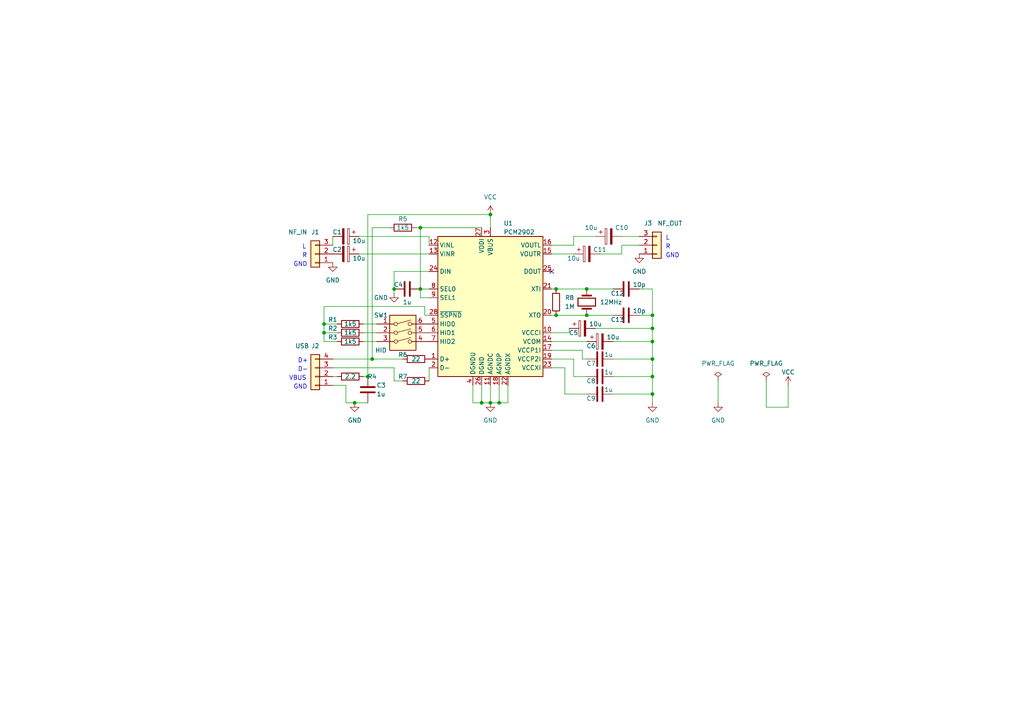
<source format=kicad_sch>
(kicad_sch (version 20211123) (generator eeschema)
  (paper "A4")
  (lib_symbols
    (symbol "Audio:PCM2902"
      (property "Reference" "U" (at -14.732 21.59 0))
      (property "Value" "PCM2902" (at 10.922 21.59 0))
      (symbol "PCM2902_0_1"
        (rectangle (start -15.24 20.32) (end 15.24 -20.32) (stroke (width 0.254)) (fill (type background)))
      )
      (symbol "PCM2902_1_1"
        (pin bidirectional line (at -17.78 -15.24 0) (length 2.54) (name "D+") (number "1"))
        (pin passive line (at 17.78 -7.62 180) (length 2.54) (name "VCCCI") (number "10"))
        (pin power_in line (at 0 -22.86 90) (length 2.54) (name "AGNDC") (number "11"))
        (pin input line (at -17.78 17.78 0) (length 2.54) (name "VINL") (number "12"))
        (pin input line (at -17.78 15.24 0) (length 2.54) (name "VINR") (number "13"))
        (pin passive line (at 17.78 -10.16 180) (length 2.54) (name "VCOM") (number "14"))
        (pin output line (at 17.78 15.24 180) (length 2.54) (name "VOUTR") (number "15"))
        (pin output line (at 17.78 17.78 180) (length 2.54) (name "VOUTL") (number "16"))
        (pin passive line (at 17.78 -12.7 180) (length 2.54) (name "VCCP1I") (number "17"))
        (pin power_in line (at 2.54 -22.86 90) (length 2.54) (name "AGNDP") (number "18"))
        (pin passive line (at 17.78 -15.24 180) (length 2.54) (name "VCCP2I") (number "19"))
        (pin bidirectional line (at -17.78 -17.78 0) (length 2.54) (name "D-") (number "2"))
        (pin output line (at 17.78 -2.54 180) (length 2.54) (name "XTO") (number "20"))
        (pin input line (at 17.78 5.08 180) (length 2.54) (name "XTI") (number "21"))
        (pin power_in line (at 5.08 -22.86 90) (length 2.54) (name "AGNDX") (number "22"))
        (pin passive line (at 17.78 -17.78 180) (length 2.54) (name "VCCXI") (number "23"))
        (pin input line (at -17.78 10.16 0) (length 2.54) (name "DIN") (number "24"))
        (pin output line (at 17.78 10.16 180) (length 2.54) (name "DOUT") (number "25"))
        (pin power_in line (at -2.54 -22.86 90) (length 2.54) (name "DGND") (number "26"))
        (pin power_out line (at -2.54 22.86 270) (length 2.54) (name "VDDI") (number "27"))
        (pin output line (at -17.78 -2.54 0) (length 2.54) (name "~{SSPND}") (number "28"))
        (pin power_in line (at 0 22.86 270) (length 2.54) (name "VBUS") (number "3"))
        (pin power_in line (at -5.08 -22.86 90) (length 2.54) (name "DGNDU") (number "4"))
        (pin input line (at -17.78 -5.08 0) (length 2.54) (name "HID0") (number "5"))
        (pin input line (at -17.78 -7.62 0) (length 2.54) (name "HID1") (number "6"))
        (pin input line (at -17.78 -10.16 0) (length 2.54) (name "HID2") (number "7"))
        (pin input line (at -17.78 5.08 0) (length 2.54) (name "SEL0") (number "8"))
        (pin input line (at -17.78 2.54 0) (length 2.54) (name "SEL1") (number "9"))
      )
    )
    (symbol "Connector_Generic:Conn_01x03" (pin_names (offset 1.016) hide)
      (property "Reference" "J" (at 0 5.08 0))
      (property "Value" "Conn_01x03" (at 0 -5.08 0))
      (symbol "Conn_01x03_1_1"
        (rectangle (start -1.27 -2.413) (end 0 -2.667) (stroke (width 0.1524)))
        (rectangle (start -1.27 0.127) (end 0 -0.127) (stroke (width 0.1524)))
        (rectangle (start -1.27 2.667) (end 0 2.413) (stroke (width 0.1524)))
        (rectangle (start -1.27 3.81) (end 1.27 -3.81) (stroke (width 0.254)) (fill (type background)))
        (pin passive line (at -5.08 2.54 0) (length 3.81) (name "Pin_1") (number "1"))
        (pin passive line (at -5.08 0 0) (length 3.81) (name "Pin_2") (number "2"))
        (pin passive line (at -5.08 -2.54 0) (length 3.81) (name "Pin_3") (number "3"))
      )
    )
    (symbol "Connector_Generic:Conn_01x04" (pin_names (offset 1.016) hide)
      (property "Reference" "J" (at 0 5.08 0))
      (property "Value" "Conn_01x04" (at 0 -7.62 0))
      (symbol "Conn_01x04_1_1"
        (rectangle (start -1.27 -4.953) (end 0 -5.207) (stroke (width 0.1524)))
        (rectangle (start -1.27 -2.413) (end 0 -2.667) (stroke (width 0.1524)))
        (rectangle (start -1.27 0.127) (end 0 -0.127) (stroke (width 0.1524)))
        (rectangle (start -1.27 2.667) (end 0 2.413) (stroke (width 0.1524)))
        (rectangle (start -1.27 3.81) (end 1.27 -6.35) (stroke (width 0.254)) (fill (type background)))
        (pin passive line (at -5.08 2.54 0) (length 3.81) (name "Pin_1") (number "1"))
        (pin passive line (at -5.08 0 0) (length 3.81) (name "Pin_2") (number "2"))
        (pin passive line (at -5.08 -2.54 0) (length 3.81) (name "Pin_3") (number "3"))
        (pin passive line (at -5.08 -5.08 0) (length 3.81) (name "Pin_4") (number "4"))
      )
    )
    (symbol "Device:C" (pin_numbers hide) (pin_names (offset 0.254))
      (property "Reference" "C" (at 0.635 2.54 0))
      (property "Value" "C" (at 0.635 -2.54 0))
      (symbol "C_0_1"
        (polyline (pts (xy -2.032 -0.762) (xy 2.032 -0.762)) (stroke (width 0.508)))
        (polyline (pts (xy -2.032 0.762) (xy 2.032 0.762)) (stroke (width 0.508)))
      )
      (symbol "C_1_1"
        (pin passive line (at 0 3.81 270) (length 2.794) (name "~") (number "1"))
        (pin passive line (at 0 -3.81 90) (length 2.794) (name "~") (number "2"))
      )
    )
    (symbol "Device:C_Polarized" (pin_numbers hide) (pin_names (offset 0.254))
      (property "Reference" "C" (at 0.635 2.54 0))
      (property "Value" "C_Polarized" (at 0.635 -2.54 0))
      (symbol "C_Polarized_0_1"
        (rectangle (start -2.286 0.508) (end 2.286 1.016))
        (polyline (pts (xy -1.778 2.286) (xy -0.762 2.286)))
        (polyline (pts (xy -1.27 2.794) (xy -1.27 1.778)))
        (rectangle (start 2.286 -0.508) (end -2.286 -1.016) (fill (type outline)))
      )
      (symbol "C_Polarized_1_1"
        (pin passive line (at 0 3.81 270) (length 2.794) (name "~") (number "1"))
        (pin passive line (at 0 -3.81 90) (length 2.794) (name "~") (number "2"))
      )
    )
    (symbol "Device:Crystal" (pin_numbers hide) (pin_names (offset 1.016) hide)
      (property "Reference" "Y" (at 0 3.81 0))
      (property "Value" "Crystal" (at 0 -3.81 0))
      (symbol "Crystal_0_1"
        (rectangle (start -1.143 2.54) (end 1.143 -2.54) (stroke (width 0.3048)))
        (polyline (pts (xy -2.54 0) (xy -1.905 0)))
        (polyline (pts (xy -1.905 -1.27) (xy -1.905 1.27)) (stroke (width 0.508)))
        (polyline (pts (xy 1.905 -1.27) (xy 1.905 1.27)) (stroke (width 0.508)))
        (polyline (pts (xy 2.54 0) (xy 1.905 0)))
      )
      (symbol "Crystal_1_1"
        (pin passive line (at -3.81 0 0) (length 1.27) (name "1") (number "1"))
        (pin passive line (at 3.81 0 180) (length 1.27) (name "2") (number "2"))
      )
    )
    (symbol "Device:R" (pin_numbers hide) (pin_names (offset 0))
      (property "Reference" "R" (at 2.032 0 90))
      (property "Value" "R" (at 0 0 90))
      (symbol "R_0_1"
        (rectangle (start -1.016 -2.54) (end 1.016 2.54) (stroke (width 0.254)))
      )
      (symbol "R_1_1"
        (pin passive line (at 0 3.81 270) (length 1.27) (name "~") (number "1"))
        (pin passive line (at 0 -3.81 90) (length 1.27) (name "~") (number "2"))
      )
    )
    (symbol "Switch:SW_DIP_x03" (pin_names (offset 0) hide)
      (property "Reference" "SW" (at 0 8.89 0))
      (property "Value" "SW_DIP_x03" (at 0 -3.81 0))
      (symbol "SW_DIP_x03_0_0"
        (circle (center -2.032 0) (radius 0.508))
        (circle (center -2.032 2.54) (radius 0.508))
        (circle (center -2.032 5.08) (radius 0.508))
        (polyline (pts (xy -1.524 0.127) (xy 2.3622 1.1684)))
        (polyline (pts (xy -1.524 2.667) (xy 2.3622 3.7084)))
        (polyline (pts (xy -1.524 5.207) (xy 2.3622 6.2484)))
        (circle (center 2.032 0) (radius 0.508))
        (circle (center 2.032 2.54) (radius 0.508))
        (circle (center 2.032 5.08) (radius 0.508))
      )
      (symbol "SW_DIP_x03_0_1"
        (rectangle (start -3.81 7.62) (end 3.81 -2.54) (stroke (width 0.254)) (fill (type background)))
      )
      (symbol "SW_DIP_x03_1_1"
        (pin passive line (at -7.62 5.08 0) (length 5.08) (name "~") (number "1"))
        (pin passive line (at -7.62 2.54 0) (length 5.08) (name "~") (number "2"))
        (pin passive line (at -7.62 0 0) (length 5.08) (name "~") (number "3"))
        (pin passive line (at 7.62 0 180) (length 5.08) (name "~") (number "4"))
        (pin passive line (at 7.62 2.54 180) (length 5.08) (name "~") (number "5"))
        (pin passive line (at 7.62 5.08 180) (length 5.08) (name "~") (number "6"))
      )
    )
    (symbol "power:GND" (power) (pin_names (offset 0))
      (property "Value" "GND" (at 0 -3.81 0))
      (symbol "GND_0_1"
        (polyline (pts (xy 0 0) (xy 0 -1.27) (xy 1.27 -1.27) (xy 0 -2.54) (xy -1.27 -1.27) (xy 0 -1.27)))
      )
      (symbol "GND_1_1"
        (pin power_in line (at 0 0 270) (length 0) hide (name "GND") (number "1"))
      )
    )
    (symbol "power:PWR_FLAG" (power) (pin_numbers hide) (pin_names (offset 0) hide)
      (property "Value" "PWR_FLAG" (at 0 3.81 0))
      (symbol "PWR_FLAG_0_0"
        (pin power_out line (at 0 0 90) (length 0) (name "pwr") (number "1"))
      )
      (symbol "PWR_FLAG_0_1"
        (polyline (pts (xy 0 0) (xy 0 1.27) (xy -1.016 1.905) (xy 0 2.54) (xy 1.016 1.905) (xy 0 1.27)))
      )
    )
    (symbol "power:VCC" (power) (pin_names (offset 0))
      (property "Value" "VCC" (at 0 3.81 0))
      (symbol "VCC_0_1"
        (polyline (pts (xy -0.762 1.27) (xy 0 2.54)))
        (polyline (pts (xy 0 0) (xy 0 2.54)))
        (polyline (pts (xy 0 2.54) (xy 0.762 1.27)))
      )
      (symbol "VCC_1_1"
        (pin power_in line (at 0 0 90) (length 0) hide (name "VCC") (number "1"))
      )
    )
  )
  (junction (at 93.98 96.52))
  (junction (at 189.23 91.44))
  (junction (at 189.23 95.25))
  (junction (at 121.92 83.82))
  (junction (at 102.87 116.84))
  (junction (at 107.95 104.14))
  (junction (at 139.7 116.84))
  (junction (at 161.29 83.82))
  (junction (at 142.24 116.84))
  (junction (at 161.29 91.44))
  (junction (at 189.23 104.14))
  (junction (at 106.68 109.22))
  (junction (at 142.24 62.23))
  (junction (at 121.92 66.04))
  (junction (at 93.98 93.98))
  (junction (at 144.78 116.84))
  (junction (at 189.23 109.22))
  (junction (at 114.3 83.82))
  (junction (at 189.23 99.06))
  (junction (at 189.23 114.3))
  (junction (at 170.18 83.82))
  (junction (at 170.18 91.44))
  (no_connect (at 160.02 78.74))
  (wire (pts (xy 105.41 96.52) (xy 109.22 96.52)))
  (wire (pts (xy 160.02 73.66) (xy 166.37 73.66)))
  (wire (pts (xy 139.7 111.76) (xy 139.7 116.84)))
  (wire (pts (xy 100.33 116.84) (xy 100.33 111.76)))
  (wire (pts (xy 147.32 111.76) (xy 147.32 116.84)))
  (wire (pts (xy 124.46 83.82) (xy 121.92 83.82)))
  (wire (pts (xy 185.42 71.12) (xy 180.34 71.12)))
  (wire (pts (xy 163.83 114.3) (xy 170.18 114.3)))
  (wire (pts (xy 185.42 83.82) (xy 189.23 83.82)))
  (wire (pts (xy 142.24 66.04) (xy 142.24 62.23)))
  (wire (pts (xy 106.68 62.23) (xy 142.24 62.23)))
  (wire (pts (xy 137.16 116.84) (xy 139.7 116.84)))
  (wire (pts (xy 189.23 116.84) (xy 189.23 114.3)))
  (wire (pts (xy 177.8 99.06) (xy 189.23 99.06)))
  (wire (pts (xy 166.37 68.58) (xy 166.37 71.12)))
  (wire (pts (xy 137.16 111.76) (xy 137.16 116.84)))
  (wire (pts (xy 106.68 62.23) (xy 106.68 109.22)))
  (wire (pts (xy 124.46 91.44) (xy 123.19 91.44)))
  (wire (pts (xy 177.8 109.22) (xy 189.23 109.22)))
  (wire (pts (xy 93.98 93.98) (xy 93.98 96.52)))
  (wire (pts (xy 177.8 114.3) (xy 189.23 114.3)))
  (wire (pts (xy 172.72 68.58) (xy 166.37 68.58)))
  (wire (pts (xy 173.99 73.66) (xy 180.34 73.66)))
  (wire (pts (xy 161.29 91.44) (xy 170.18 91.44)))
  (wire (pts (xy 160.02 91.44) (xy 161.29 91.44)))
  (wire (pts (xy 93.98 99.06) (xy 97.79 99.06)))
  (wire (pts (xy 114.3 106.68) (xy 96.52 106.68)))
  (wire (pts (xy 208.28 110.49) (xy 208.28 116.84)))
  (wire (pts (xy 177.8 104.14) (xy 189.23 104.14)))
  (wire (pts (xy 222.25 118.11) (xy 228.6 118.11)))
  (wire (pts (xy 93.98 88.9) (xy 123.19 88.9)))
  (wire (pts (xy 189.23 91.44) (xy 189.23 83.82)))
  (wire (pts (xy 124.46 106.68) (xy 124.46 110.49)))
  (wire (pts (xy 160.02 71.12) (xy 166.37 71.12)))
  (wire (pts (xy 120.65 66.04) (xy 121.92 66.04)))
  (wire (pts (xy 107.95 66.04) (xy 107.95 104.14)))
  (wire (pts (xy 160.02 106.68) (xy 163.83 106.68)))
  (wire (pts (xy 93.98 93.98) (xy 97.79 93.98)))
  (wire (pts (xy 172.72 95.25) (xy 189.23 95.25)))
  (wire (pts (xy 165.1 95.25) (xy 165.1 96.52)))
  (wire (pts (xy 113.03 66.04) (xy 107.95 66.04)))
  (wire (pts (xy 124.46 78.74) (xy 114.3 78.74)))
  (wire (pts (xy 222.25 110.49) (xy 222.25 118.11)))
  (wire (pts (xy 106.68 116.84) (xy 102.87 116.84)))
  (wire (pts (xy 170.18 91.44) (xy 177.8 91.44)))
  (wire (pts (xy 100.33 111.76) (xy 96.52 111.76)))
  (wire (pts (xy 185.42 91.44) (xy 189.23 91.44)))
  (wire (pts (xy 142.24 111.76) (xy 142.24 116.84)))
  (wire (pts (xy 180.34 68.58) (xy 185.42 68.58)))
  (wire (pts (xy 114.3 110.49) (xy 114.3 106.68)))
  (wire (pts (xy 107.95 104.14) (xy 116.84 104.14)))
  (wire (pts (xy 170.18 83.82) (xy 177.8 83.82)))
  (wire (pts (xy 189.23 95.25) (xy 189.23 91.44)))
  (wire (pts (xy 102.87 116.84) (xy 100.33 116.84)))
  (wire (pts (xy 161.29 83.82) (xy 170.18 83.82)))
  (wire (pts (xy 105.41 109.22) (xy 106.68 109.22)))
  (wire (pts (xy 160.02 83.82) (xy 161.29 83.82)))
  (wire (pts (xy 160.02 99.06) (xy 170.18 99.06)))
  (wire (pts (xy 114.3 78.74) (xy 114.3 83.82)))
  (wire (pts (xy 114.3 85.09) (xy 114.3 83.82)))
  (wire (pts (xy 144.78 111.76) (xy 144.78 116.84)))
  (wire (pts (xy 189.23 95.25) (xy 189.23 99.06)))
  (wire (pts (xy 93.98 96.52) (xy 93.98 99.06)))
  (wire (pts (xy 96.52 109.22) (xy 97.79 109.22)))
  (wire (pts (xy 123.19 88.9) (xy 123.19 91.44)))
  (wire (pts (xy 116.84 110.49) (xy 114.3 110.49)))
  (wire (pts (xy 163.83 106.68) (xy 163.83 114.3)))
  (wire (pts (xy 228.6 111.76) (xy 228.6 118.11)))
  (wire (pts (xy 160.02 101.6) (xy 168.91 101.6)))
  (wire (pts (xy 168.91 101.6) (xy 168.91 104.14)))
  (wire (pts (xy 139.7 116.84) (xy 142.24 116.84)))
  (wire (pts (xy 144.78 116.84) (xy 147.32 116.84)))
  (wire (pts (xy 180.34 71.12) (xy 180.34 73.66)))
  (wire (pts (xy 93.98 88.9) (xy 93.98 93.98)))
  (wire (pts (xy 104.14 73.66) (xy 124.46 73.66)))
  (wire (pts (xy 166.37 109.22) (xy 170.18 109.22)))
  (wire (pts (xy 189.23 104.14) (xy 189.23 109.22)))
  (wire (pts (xy 104.14 68.58) (xy 124.46 68.58)))
  (wire (pts (xy 121.92 83.82) (xy 121.92 86.36)))
  (wire (pts (xy 124.46 86.36) (xy 121.92 86.36)))
  (wire (pts (xy 160.02 104.14) (xy 166.37 104.14)))
  (wire (pts (xy 105.41 99.06) (xy 109.22 99.06)))
  (wire (pts (xy 189.23 99.06) (xy 189.23 104.14)))
  (wire (pts (xy 168.91 104.14) (xy 170.18 104.14)))
  (wire (pts (xy 121.92 66.04) (xy 139.7 66.04)))
  (wire (pts (xy 166.37 104.14) (xy 166.37 109.22)))
  (wire (pts (xy 189.23 109.22) (xy 189.23 114.3)))
  (wire (pts (xy 93.98 96.52) (xy 97.79 96.52)))
  (wire (pts (xy 124.46 68.58) (xy 124.46 71.12)))
  (wire (pts (xy 160.02 96.52) (xy 165.1 96.52)))
  (wire (pts (xy 121.92 66.04) (xy 121.92 83.82)))
  (wire (pts (xy 96.52 68.58) (xy 96.52 71.12)))
  (wire (pts (xy 105.41 93.98) (xy 109.22 93.98)))
  (wire (pts (xy 96.52 104.14) (xy 107.95 104.14)))
  (wire (pts (xy 142.24 116.84) (xy 144.78 116.84)))
  (text "D-" (at 86.36 107.95 0) (effects (font (size 1.27 1.27)) (justify left bottom)))
  (text "GND" (at 85.09 77.47 0) (effects (font (size 1.27 1.27)) (justify left bottom)))
  (text "L" (at 87.63 72.39 0) (effects (font (size 1.27 1.27)) (justify left bottom)))
  (text "GND" (at 193.04 74.93 0) (effects (font (size 1.27 1.27)) (justify left bottom)))
  (text "GND" (at 85.09 113.03 0) (effects (font (size 1.27 1.27)) (justify left bottom)))
  (text "R" (at 87.63 74.93 0) (effects (font (size 1.27 1.27)) (justify left bottom)))
  (text "D+" (at 86.36 105.41 0) (effects (font (size 1.27 1.27)) (justify left bottom)))
  (text "L" (at 193.04 69.85 0) (effects (font (size 1.27 1.27)) (justify left bottom)))
  (text "R" (at 193.04 72.39 0) (effects (font (size 1.27 1.27)) (justify left bottom)))
  (text "VBUS" (at 83.82 110.49 0) (effects (font (size 1.27 1.27)) (justify left bottom)))
  (symbol (lib_id "Device:Crystal") (at 170.18 87.63 90) (unit 1)
    (property "Reference" "Y1" (effects hide))
    (property "Value" "12MHz" (at 173.99 87.63 90) (effects (justify right)))
    (property "Footprint" "Crystal:Crystal_SMD_G8-2Pin_3.2x1.5mm_HandSoldering" (effects hide))
  )
  (symbol (lib_id "Device:C_Polarized") (at 168.91 95.25 90) (mirror x) (unit 1)
    (property "Reference" "C5" (at 166.37 96.52 90))
    (property "Value" "10u" (at 172.72 93.98 90))
    (property "Footprint" "Capacitor_Tantalum_SMD:CP_EIA-3216-18_Kemet-A_Pad1.58x1.35mm_HandSolder" (effects hide))
  )
  (symbol (lib_id "Device:C") (at 173.99 114.3 90) (unit 1)
    (property "Reference" "C9" (at 171.45 115.57 90))
    (property "Value" "1u" (at 176.53 113.03 90))
    (property "Footprint" "Capacitor_SMD:C_0603_1608Metric_Pad1.08x0.95mm_HandSolder" (effects hide))
  )
  (symbol (lib_id "Device:R") (at 101.6 96.52 90) (unit 1)
    (property "Reference" "R2" (at 96.52 95.25 90))
    (property "Value" "1k5" (at 101.6 96.52 90))
    (property "Footprint" "Resistor_SMD:R_0603_1608Metric_Pad0.98x0.95mm_HandSolder" (effects hide))
  )
  (symbol (lib_id "Device:C_Polarized") (at 170.18 73.66 90) (mirror x) (unit 1)
    (property "Reference" "C11" (at 173.99 72.39 90))
    (property "Value" "10u" (at 166.37 74.93 90))
    (property "Footprint" "Capacitor_Tantalum_SMD:CP_EIA-3216-18_Kemet-A_Pad1.58x1.35mm_HandSolder" (effects hide))
  )
  (symbol (lib_id "Device:R") (at 101.6 99.06 90) (unit 1)
    (property "Reference" "R3" (at 96.52 97.79 90))
    (property "Value" "1k5" (at 101.6 99.06 90))
    (property "Footprint" "Resistor_SMD:R_0603_1608Metric_Pad0.98x0.95mm_HandSolder" (effects hide))
  )
  (symbol (lib_id "power:VCC") (at 142.24 62.23 0) (unit 1)
    (property "Reference" "#PWR0107" (effects hide))
    (property "Value" "VCC" (at 142.24 57.15 0))
  )
  (symbol (lib_id "Connector_Generic:Conn_01x03") (at 91.44 73.66 180) (unit 1)
    (property "Reference" "J1" (at 91.44 67.31 0))
    (property "Value" "NF_IN" (at 86.36 67.31 0))
    (property "Footprint" "Connector_JST:JST_PH_B3B-PH-K_1x03_P2.00mm_Vertical" (effects hide))
  )
  (symbol (lib_id "Switch:SW_DIP_x03") (at 116.84 99.06 0) (unit 1)
    (property "Reference" "SW1" (at 110.49 91.44 0))
    (property "Value" "HID" (at 110.49 101.6 0))
    (property "Footprint" "Button_Switch_SMD:SW_DIP_SPSTx03_Slide_KingTek_DSHP03TJ_W5.25mm_P1.27mm_JPin" (effects hide))
  )
  (symbol (lib_id "Device:C") (at 118.11 83.82 90) (unit 1)
    (property "Reference" "C4" (at 115.57 82.55 90))
    (property "Value" "1u" (at 118.11 87.63 90))
    (property "Footprint" "Capacitor_SMD:C_0603_1608Metric_Pad1.08x0.95mm_HandSolder" (effects hide))
  )
  (symbol (lib_id "power:PWR_FLAG") (at 222.25 110.49 0) (unit 1)
    (property "Reference" "#FLG0101" (effects hide))
    (property "Value" "PWR_FLAG" (at 222.25 105.41 0))
  )
  (symbol (lib_id "Device:C") (at 173.99 104.14 90) (unit 1)
    (property "Reference" "C7" (at 171.45 105.41 90))
    (property "Value" "1u" (at 176.53 102.87 90))
    (property "Footprint" "Capacitor_SMD:C_0603_1608Metric_Pad1.08x0.95mm_HandSolder" (effects hide))
  )
  (symbol (lib_id "power:GND") (at 114.3 85.09 0) (unit 1)
    (property "Reference" "#PWR0106" (effects hide))
    (property "Value" "GND" (at 110.49 86.36 0))
  )
  (symbol (lib_id "power:PWR_FLAG") (at 208.28 110.49 0) (unit 1)
    (property "Reference" "#FLG0102" (effects hide))
    (property "Value" "PWR_FLAG" (at 208.28 105.41 0))
  )
  (symbol (lib_id "Device:R") (at 161.29 87.63 0) (unit 1)
    (property "Reference" "R8" (at 163.83 86.3599 0) (effects (justify left)))
    (property "Value" "1M" (at 163.83 88.9 0) (effects (justify left)))
    (property "Footprint" "Resistor_SMD:R_0603_1608Metric_Pad0.98x0.95mm_HandSolder" (effects hide))
  )
  (symbol (lib_id "power:GND") (at 208.28 116.84 0) (unit 1)
    (property "Reference" "#PWR0109" (effects hide))
    (property "Value" "GND" (at 208.28 121.92 0))
  )
  (symbol (lib_id "Device:R") (at 120.65 110.49 90) (unit 1)
    (property "Reference" "R7" (at 116.84 109.22 90))
    (property "Value" "22" (at 120.65 110.49 90))
    (property "Footprint" "Resistor_SMD:R_0603_1608Metric_Pad0.98x0.95mm_HandSolder" (effects hide))
  )
  (symbol (lib_id "power:GND") (at 189.23 116.84 0) (unit 1)
    (property "Reference" "#PWR0102" (effects hide))
    (property "Value" "GND" (at 189.23 121.92 0))
  )
  (symbol (lib_id "Audio:PCM2902") (at 142.24 88.9 0) (unit 1)
    (property "Reference" "U1" (at 146.05 64.77 0) (effects (justify left)))
    (property "Value" "PCM2902" (at 146.05 67.31 0) (effects (justify left)))
    (property "Footprint" "Package_SO:SSOP-28_5.3x10.2mm_P0.65mm" (effects hide))
    (property "Datasheet" "http://www.ti.com/lit/ds/symlink/pcm2902c.pdf" (effects hide))
  )
  (symbol (lib_id "power:GND") (at 142.24 116.84 0) (unit 1)
    (property "Reference" "#PWR0105" (effects hide))
    (property "Value" "GND" (at 142.24 121.92 0))
  )
  (symbol (lib_id "Device:R") (at 120.65 104.14 90) (unit 1)
    (property "Reference" "R6" (at 116.84 102.87 90))
    (property "Value" "22" (at 120.65 104.14 90))
    (property "Footprint" "Resistor_SMD:R_0603_1608Metric_Pad0.98x0.95mm_HandSolder" (effects hide))
  )
  (symbol (lib_id "Device:C") (at 181.61 91.44 90) (unit 1)
    (property "Reference" "C13" (at 179.07 92.71 90))
    (property "Value" "10p" (at 185.42 90.17 90))
    (property "Footprint" "Capacitor_SMD:C_0603_1608Metric_Pad1.08x0.95mm_HandSolder" (effects hide))
  )
  (symbol (lib_id "Device:C_Polarized") (at 173.99 99.06 90) (mirror x) (unit 1)
    (property "Reference" "C6" (at 171.45 100.33 90))
    (property "Value" "10u" (at 177.8 97.79 90))
    (property "Footprint" "Capacitor_Tantalum_SMD:CP_EIA-3216-18_Kemet-A_Pad1.58x1.35mm_HandSolder" (effects hide))
  )
  (symbol (lib_id "power:GND") (at 102.87 116.84 0) (unit 1)
    (property "Reference" "#PWR0103" (effects hide))
    (property "Value" "GND" (at 102.87 121.92 0))
  )
  (symbol (lib_id "Device:C_Polarized") (at 100.33 73.66 270) (unit 1)
    (property "Reference" "C2" (at 97.79 72.39 90))
    (property "Value" "10u" (at 104.14 74.93 90))
    (property "Footprint" "Capacitor_Tantalum_SMD:CP_EIA-3216-18_Kemet-A_Pad1.58x1.35mm_HandSolder" (effects hide))
  )
  (symbol (lib_id "power:GND") (at 185.42 73.66 0) (unit 1)
    (property "Reference" "#PWR0101" (effects hide))
    (property "Value" "GND" (at 185.42 78.74 0))
  )
  (symbol (lib_id "Device:C_Polarized") (at 176.53 68.58 90) (mirror x) (unit 1)
    (property "Reference" "C10" (at 180.34 66.04 90))
    (property "Value" "10u" (at 171.45 66.04 90))
    (property "Footprint" "Capacitor_Tantalum_SMD:CP_EIA-3216-18_Kemet-A_Pad1.58x1.35mm_HandSolder" (effects hide))
  )
  (symbol (lib_id "Device:R") (at 101.6 93.98 90) (unit 1)
    (property "Reference" "R1" (at 96.52 92.71 90))
    (property "Value" "1k5" (at 101.6 93.98 90))
    (property "Footprint" "Resistor_SMD:R_0603_1608Metric_Pad0.98x0.95mm_HandSolder" (effects hide))
  )
  (symbol (lib_id "power:GND") (at 96.52 76.2 0) (unit 1)
    (property "Reference" "#PWR0104" (effects hide))
    (property "Value" "GND" (at 96.52 81.28 0))
  )
  (symbol (lib_id "Device:C") (at 173.99 109.22 90) (unit 1)
    (property "Reference" "C8" (at 171.45 110.49 90))
    (property "Value" "1u" (at 176.53 107.95 90))
    (property "Footprint" "Capacitor_SMD:C_0603_1608Metric_Pad1.08x0.95mm_HandSolder" (effects hide))
  )
  (symbol (lib_id "Device:R") (at 116.84 66.04 90) (unit 1)
    (property "Reference" "R5" (at 116.84 63.5 90))
    (property "Value" "1k5" (at 116.84 66.04 90))
    (property "Footprint" "Resistor_SMD:R_0603_1608Metric_Pad0.98x0.95mm_HandSolder" (effects hide))
  )
  (symbol (lib_id "Connector_Generic:Conn_01x04") (at 91.44 109.22 180) (unit 1)
    (property "Reference" "J2" (at 91.44 100.33 0))
    (property "Value" "USB" (at 87.63 100.33 0))
    (property "Footprint" "Connector_JST:JST_PH_B4B-PH-K_1x04_P2.00mm_Vertical" (effects hide))
  )
  (symbol (lib_id "Device:C") (at 181.61 83.82 90) (unit 1)
    (property "Reference" "C12" (at 179.07 85.09 90))
    (property "Value" "10p" (at 185.42 82.55 90))
    (property "Footprint" "Capacitor_SMD:C_0603_1608Metric_Pad1.08x0.95mm_HandSolder" (effects hide))
  )
  (symbol (lib_id "power:VCC") (at 228.6 111.76 0) (unit 1)
    (property "Reference" "#PWR0108" (effects hide))
    (property "Value" "VCC" (at 228.6 107.95 0))
  )
  (symbol (lib_id "Connector_Generic:Conn_01x03") (at 190.5 71.12 0) (mirror x) (unit 1)
    (property "Reference" "J3" (at 187.96 64.77 0))
    (property "Value" "NF_OUT" (at 194.31 64.77 0))
    (property "Footprint" "Connector_JST:JST_PH_B3B-PH-K_1x03_P2.00mm_Vertical" (effects hide))
  )
  (symbol (lib_id "Device:R") (at 101.6 109.22 90) (unit 1)
    (property "Reference" "R4" (at 107.95 109.22 90))
    (property "Value" "2.2" (at 101.6 109.22 90))
    (property "Footprint" "Resistor_SMD:R_0603_1608Metric_Pad0.98x0.95mm_HandSolder" (effects hide))
  )
  (symbol (lib_id "Device:C") (at 106.68 113.03 0) (unit 1)
    (property "Reference" "C3" (at 109.22 111.76 0) (effects (justify left)))
    (property "Value" "1u" (at 109.22 114.3 0) (effects (justify left)))
    (property "Footprint" "Capacitor_SMD:C_0603_1608Metric_Pad1.08x0.95mm_HandSolder" (effects hide))
  )
  (symbol (lib_id "Device:C_Polarized") (at 100.33 68.58 270) (unit 1)
    (property "Reference" "C1" (at 97.79 67.31 90))
    (property "Value" "10u" (at 104.14 69.85 90))
    (property "Footprint" "Capacitor_Tantalum_SMD:CP_EIA-3216-18_Kemet-A_Pad1.58x1.35mm_HandSolder" (effects hide))
  )
)
</source>
